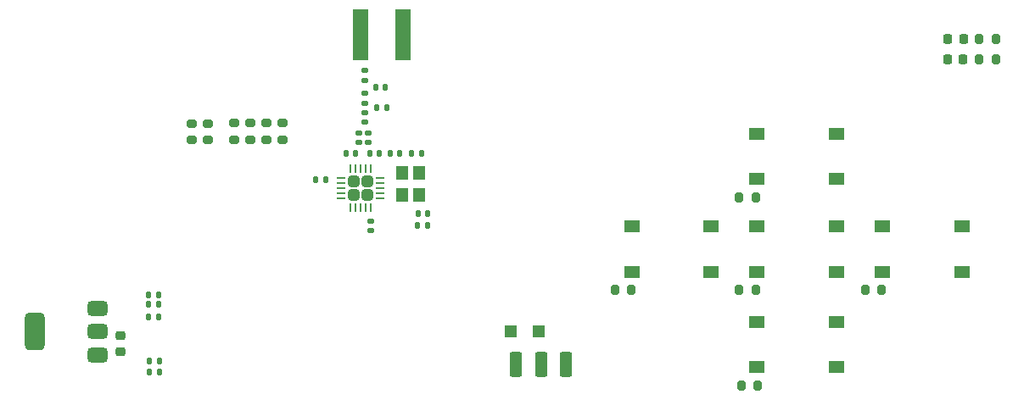
<source format=gbr>
%TF.GenerationSoftware,KiCad,Pcbnew,8.0.6-8.0.6-0~ubuntu22.04.1*%
%TF.CreationDate,2024-10-27T10:41:31+01:00*%
%TF.ProjectId,hackbat,6861636b-6261-4742-9e6b-696361645f70,rev?*%
%TF.SameCoordinates,Original*%
%TF.FileFunction,Paste,Top*%
%TF.FilePolarity,Positive*%
%FSLAX46Y46*%
G04 Gerber Fmt 4.6, Leading zero omitted, Abs format (unit mm)*
G04 Created by KiCad (PCBNEW 8.0.6-8.0.6-0~ubuntu22.04.1) date 2024-10-27 10:41:31*
%MOMM*%
%LPD*%
G01*
G04 APERTURE LIST*
G04 Aperture macros list*
%AMRoundRect*
0 Rectangle with rounded corners*
0 $1 Rounding radius*
0 $2 $3 $4 $5 $6 $7 $8 $9 X,Y pos of 4 corners*
0 Add a 4 corners polygon primitive as box body*
4,1,4,$2,$3,$4,$5,$6,$7,$8,$9,$2,$3,0*
0 Add four circle primitives for the rounded corners*
1,1,$1+$1,$2,$3*
1,1,$1+$1,$4,$5*
1,1,$1+$1,$6,$7*
1,1,$1+$1,$8,$9*
0 Add four rect primitives between the rounded corners*
20,1,$1+$1,$2,$3,$4,$5,0*
20,1,$1+$1,$4,$5,$6,$7,0*
20,1,$1+$1,$6,$7,$8,$9,0*
20,1,$1+$1,$8,$9,$2,$3,0*%
G04 Aperture macros list end*
%ADD10RoundRect,0.135000X0.135000X0.185000X-0.135000X0.185000X-0.135000X-0.185000X0.135000X-0.185000X0*%
%ADD11RoundRect,0.135000X-0.135000X-0.185000X0.135000X-0.185000X0.135000X0.185000X-0.135000X0.185000X0*%
%ADD12RoundRect,0.250000X0.315000X-0.315000X0.315000X0.315000X-0.315000X0.315000X-0.315000X-0.315000X0*%
%ADD13RoundRect,0.062500X0.062500X-0.362500X0.062500X0.362500X-0.062500X0.362500X-0.062500X-0.362500X0*%
%ADD14RoundRect,0.062500X0.362500X-0.062500X0.362500X0.062500X-0.362500X0.062500X-0.362500X-0.062500X0*%
%ADD15R,1.200000X1.400000*%
%ADD16RoundRect,0.140000X0.140000X0.170000X-0.140000X0.170000X-0.140000X-0.170000X0.140000X-0.170000X0*%
%ADD17RoundRect,0.147500X0.147500X0.172500X-0.147500X0.172500X-0.147500X-0.172500X0.147500X-0.172500X0*%
%ADD18RoundRect,0.200000X-0.200000X-0.275000X0.200000X-0.275000X0.200000X0.275000X-0.200000X0.275000X0*%
%ADD19RoundRect,0.140000X-0.140000X-0.170000X0.140000X-0.170000X0.140000X0.170000X-0.140000X0.170000X0*%
%ADD20RoundRect,0.200000X-0.275000X0.200000X-0.275000X-0.200000X0.275000X-0.200000X0.275000X0.200000X0*%
%ADD21R,1.550000X1.300000*%
%ADD22RoundRect,0.200000X0.200000X0.275000X-0.200000X0.275000X-0.200000X-0.275000X0.200000X-0.275000X0*%
%ADD23RoundRect,0.147500X0.172500X-0.147500X0.172500X0.147500X-0.172500X0.147500X-0.172500X-0.147500X0*%
%ADD24RoundRect,0.140000X-0.170000X0.140000X-0.170000X-0.140000X0.170000X-0.140000X0.170000X0.140000X0*%
%ADD25RoundRect,0.140000X0.170000X-0.140000X0.170000X0.140000X-0.170000X0.140000X-0.170000X-0.140000X0*%
%ADD26RoundRect,0.375000X0.625000X0.375000X-0.625000X0.375000X-0.625000X-0.375000X0.625000X-0.375000X0*%
%ADD27RoundRect,0.500000X0.500000X1.400000X-0.500000X1.400000X-0.500000X-1.400000X0.500000X-1.400000X0*%
%ADD28R,1.500000X5.080000*%
%ADD29R,1.200000X1.200000*%
%ADD30RoundRect,0.225000X0.250000X-0.225000X0.250000X0.225000X-0.250000X0.225000X-0.250000X-0.225000X0*%
%ADD31RoundRect,0.218750X0.218750X0.256250X-0.218750X0.256250X-0.218750X-0.256250X0.218750X-0.256250X0*%
%ADD32RoundRect,0.250000X-0.375000X-1.000000X0.375000X-1.000000X0.375000X1.000000X-0.375000X1.000000X0*%
G04 APERTURE END LIST*
D10*
%TO.C,R23*%
X181710000Y-94400000D03*
X180690000Y-94400000D03*
%TD*%
D11*
%TO.C,R22*%
X153790000Y-102300000D03*
X154810000Y-102300000D03*
%TD*%
%TO.C,R21*%
X153790000Y-101300000D03*
X154810000Y-101300000D03*
%TD*%
%TO.C,R20*%
X153890000Y-109000000D03*
X154910000Y-109000000D03*
%TD*%
%TO.C,R18*%
X153890000Y-107900000D03*
X154910000Y-107900000D03*
%TD*%
%TO.C,R17*%
X153790000Y-103500000D03*
X154810000Y-103500000D03*
%TD*%
D12*
%TO.C,U2*%
X174350000Y-91325000D03*
X175650000Y-91325000D03*
X174350000Y-90025000D03*
X175650000Y-90025000D03*
D13*
X174000000Y-92600000D03*
X174500000Y-92600000D03*
X175000000Y-92600000D03*
X175500000Y-92600000D03*
X176000000Y-92600000D03*
D14*
X176925000Y-91675000D03*
X176925000Y-91175000D03*
X176925000Y-90675000D03*
X176925000Y-90175000D03*
X176925000Y-89675000D03*
D13*
X176000000Y-88750000D03*
X175500000Y-88750000D03*
X175000000Y-88750000D03*
X174500000Y-88750000D03*
X174000000Y-88750000D03*
D14*
X173075000Y-89675000D03*
X173075000Y-90175000D03*
X173075000Y-90675000D03*
X173075000Y-91175000D03*
X173075000Y-91675000D03*
%TD*%
D15*
%TO.C,Y1*%
X179150000Y-89100000D03*
X179150000Y-91300000D03*
X180850000Y-91300000D03*
X180850000Y-89100000D03*
%TD*%
D16*
%TO.C,C4*%
X178880000Y-87200000D03*
X177920000Y-87200000D03*
%TD*%
D17*
%TO.C,L1*%
X176885000Y-87200000D03*
X175915000Y-87200000D03*
%TD*%
D18*
%TO.C,R8*%
X212775000Y-100800000D03*
X214425000Y-100800000D03*
%TD*%
D19*
%TO.C,C7*%
X176640000Y-82600000D03*
X177600000Y-82600000D03*
%TD*%
D20*
%TO.C,R15*%
X165600000Y-84175000D03*
X165600000Y-85825000D03*
%TD*%
D10*
%TO.C,R10*%
X171510000Y-89800000D03*
X170490000Y-89800000D03*
%TD*%
D20*
%TO.C,R12*%
X159800000Y-84200000D03*
X159800000Y-85850000D03*
%TD*%
D21*
%TO.C,SW2*%
X214525000Y-85250000D03*
X222475000Y-85250000D03*
X214525000Y-89750000D03*
X222475000Y-89750000D03*
%TD*%
D22*
%TO.C,R3*%
X238387500Y-77800000D03*
X236737500Y-77800000D03*
%TD*%
D23*
%TO.C,L2*%
X174800000Y-86085000D03*
X174800000Y-85115000D03*
%TD*%
D18*
%TO.C,R7*%
X225375000Y-100800000D03*
X227025000Y-100800000D03*
%TD*%
D24*
%TO.C,C3*%
X176000000Y-93920000D03*
X176000000Y-94880000D03*
%TD*%
D22*
%TO.C,R4*%
X238400000Y-75750000D03*
X236750000Y-75750000D03*
%TD*%
D25*
%TO.C,C6*%
X175800000Y-86080000D03*
X175800000Y-85120000D03*
%TD*%
D20*
%TO.C,R11*%
X164000000Y-84175000D03*
X164000000Y-85825000D03*
%TD*%
%TO.C,R16*%
X167200000Y-84175000D03*
X167200000Y-85825000D03*
%TD*%
D19*
%TO.C,C9*%
X180120000Y-87200000D03*
X181080000Y-87200000D03*
%TD*%
D20*
%TO.C,R13*%
X162400000Y-84175000D03*
X162400000Y-85825000D03*
%TD*%
D26*
%TO.C,U4*%
X148750000Y-107300000D03*
X148750000Y-105000000D03*
D27*
X142450000Y-105000000D03*
D26*
X148750000Y-102700000D03*
%TD*%
D28*
%TO.C,J2*%
X175000000Y-75362500D03*
X179250000Y-75362500D03*
%TD*%
D18*
%TO.C,R6*%
X212775000Y-91600000D03*
X214425000Y-91600000D03*
%TD*%
D29*
%TO.C,D3*%
X190000000Y-105000000D03*
X192800000Y-105000000D03*
%TD*%
D23*
%TO.C,L4*%
X175400000Y-82170000D03*
X175400000Y-81200000D03*
%TD*%
D18*
%TO.C,R5*%
X212975000Y-110400000D03*
X214625000Y-110400000D03*
%TD*%
D21*
%TO.C,SW4*%
X214550000Y-94500000D03*
X222500000Y-94500000D03*
X214550000Y-99000000D03*
X222500000Y-99000000D03*
%TD*%
D20*
%TO.C,R14*%
X158135000Y-84200000D03*
X158135000Y-85850000D03*
%TD*%
D21*
%TO.C,SW5*%
X202050000Y-94500000D03*
X210000000Y-94500000D03*
X202050000Y-99000000D03*
X210000000Y-99000000D03*
%TD*%
D25*
%TO.C,C11*%
X175400000Y-79880000D03*
X175400000Y-78920000D03*
%TD*%
D16*
%TO.C,C5*%
X174480000Y-87200000D03*
X173520000Y-87200000D03*
%TD*%
D19*
%TO.C,C8*%
X180720000Y-93200000D03*
X181680000Y-93200000D03*
%TD*%
D23*
%TO.C,L3*%
X175400000Y-84085000D03*
X175400000Y-83115000D03*
%TD*%
D21*
%TO.C,SW1*%
X214550000Y-104000000D03*
X222500000Y-104000000D03*
X214550000Y-108500000D03*
X222500000Y-108500000D03*
%TD*%
D18*
%TO.C,R9*%
X200375000Y-100800000D03*
X202025000Y-100800000D03*
%TD*%
D19*
%TO.C,C10*%
X176520000Y-80600000D03*
X177480000Y-80600000D03*
%TD*%
D30*
%TO.C,C12*%
X151000000Y-106975000D03*
X151000000Y-105425000D03*
%TD*%
D31*
%TO.C,D1*%
X235125000Y-77800000D03*
X233550000Y-77800000D03*
%TD*%
D21*
%TO.C,SW3*%
X227050000Y-94500000D03*
X235000000Y-94500000D03*
X227050000Y-99000000D03*
X235000000Y-99000000D03*
%TD*%
D31*
%TO.C,D2*%
X235162500Y-75750000D03*
X233587500Y-75750000D03*
%TD*%
D32*
%TO.C,SW6*%
X190500000Y-108250000D03*
X193000000Y-108250000D03*
X195500000Y-108250000D03*
%TD*%
M02*

</source>
